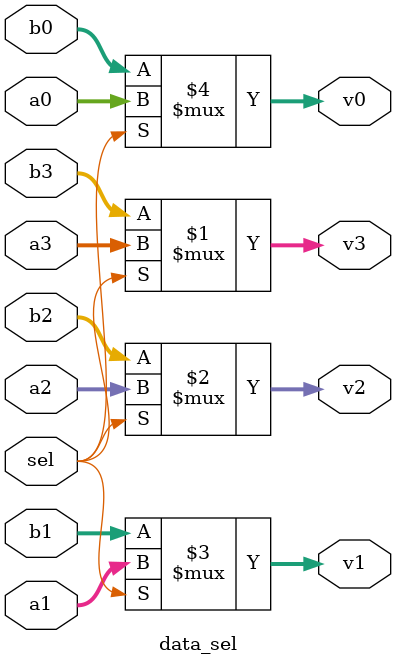
<source format=v>
`timescale 1ns / 1ps
module data_sel(
    input sel,
	 input  [3:0]a3,a2,a1,a0,b3,b2,b1,b0,
	 output [3:0]v3,v2,v1,v0
    );
	 
	 assign	v3 = sel ? a3 : b3;
	 assign	v2 = sel ? a2 : b2;
	 assign	v1 = sel ? a1 : b1;
	 assign	v0 = sel ? a0 : b0;

endmodule

</source>
